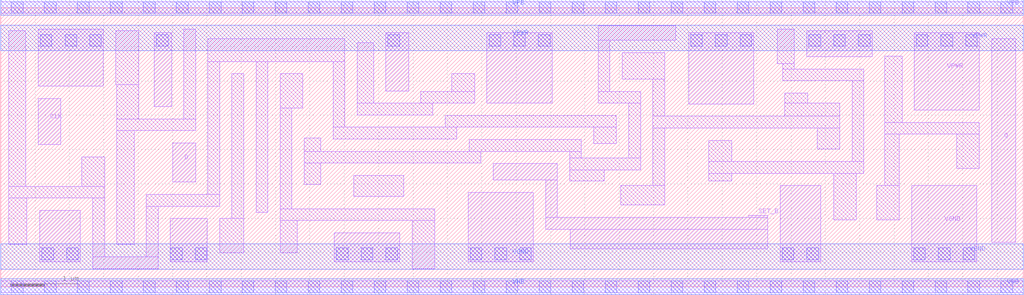
<source format=lef>
# Copyright 2020 The SkyWater PDK Authors
#
# Licensed under the Apache License, Version 2.0 (the "License");
# you may not use this file except in compliance with the License.
# You may obtain a copy of the License at
#
#     https://www.apache.org/licenses/LICENSE-2.0
#
# Unless required by applicable law or agreed to in writing, software
# distributed under the License is distributed on an "AS IS" BASIS,
# WITHOUT WARRANTIES OR CONDITIONS OF ANY KIND, either express or implied.
# See the License for the specific language governing permissions and
# limitations under the License.
#
# SPDX-License-Identifier: Apache-2.0

VERSION 5.7 ;
  NAMESCASESENSITIVE ON ;
  NOWIREEXTENSIONATPIN ON ;
  DIVIDERCHAR "/" ;
  BUSBITCHARS "[]" ;
UNITS
  DATABASE MICRONS 200 ;
END UNITS
MACRO sky130_fd_sc_hvl__dfstp_1
  CLASS CORE ;
  SOURCE USER ;
  FOREIGN sky130_fd_sc_hvl__dfstp_1 ;
  ORIGIN  0.000000  0.000000 ;
  SIZE  14.88000 BY  4.070000 ;
  SYMMETRY X Y ;
  SITE unithv ;
  PIN D
    ANTENNAGATEAREA  0.420000 ;
    DIRECTION INPUT ;
    USE SIGNAL ;
    PORT
      LAYER li1 ;
        RECT 2.505000 1.525000 2.835000 2.095000 ;
    END
  END D
  PIN Q
    ANTENNADIFFAREA  0.478750 ;
    DIRECTION OUTPUT ;
    USE SIGNAL ;
    PORT
      LAYER li1 ;
        RECT 14.420000 0.645000 14.770000 3.615000 ;
    END
  END Q
  PIN SET_B
    ANTENNAGATEAREA  0.840000 ;
    DIRECTION INPUT ;
    USE SIGNAL ;
    PORT
      LAYER li1 ;
        RECT  7.165000 1.555000  8.100000 1.795000 ;
        RECT  7.930000 0.840000 11.160000 1.010000 ;
        RECT  7.930000 1.010000  8.100000 1.555000 ;
        RECT  8.285000 0.555000 11.160000 0.840000 ;
        RECT 10.885000 1.010000 11.160000 1.040000 ;
    END
  END SET_B
  PIN CLK
    ANTENNAGATEAREA  0.585000 ;
    DIRECTION INPUT ;
    USE CLOCK ;
    PORT
      LAYER li1 ;
        RECT 0.545000 2.075000 0.875000 2.745000 ;
    END
  END CLK
  PIN VGND
    DIRECTION INOUT ;
    USE GROUND ;
    PORT
      LAYER li1 ;
        RECT  0.570000 0.365000  1.160000 1.115000 ;
        RECT  2.470000 0.365000  3.005000 0.995000 ;
        RECT  4.855000 0.365000  5.805000 0.785000 ;
        RECT  6.800000 0.365000  7.750000 1.375000 ;
        RECT 11.340000 0.365000 11.930000 1.475000 ;
        RECT 13.255000 0.365000 14.205000 1.475000 ;
      LAYER mcon ;
        RECT  0.600000 0.395000  0.770000 0.565000 ;
        RECT  0.960000 0.395000  1.130000 0.565000 ;
        RECT  2.470000 0.395000  2.640000 0.565000 ;
        RECT  2.830000 0.395000  3.000000 0.565000 ;
        RECT  4.885000 0.395000  5.055000 0.565000 ;
        RECT  5.245000 0.395000  5.415000 0.565000 ;
        RECT  5.605000 0.395000  5.775000 0.565000 ;
        RECT  6.830000 0.395000  7.000000 0.565000 ;
        RECT  7.190000 0.395000  7.360000 0.565000 ;
        RECT  7.550000 0.395000  7.720000 0.565000 ;
        RECT 11.370000 0.395000 11.540000 0.565000 ;
        RECT 11.730000 0.395000 11.900000 0.565000 ;
        RECT 13.285000 0.395000 13.455000 0.565000 ;
        RECT 13.645000 0.395000 13.815000 0.565000 ;
        RECT 14.005000 0.395000 14.175000 0.565000 ;
      LAYER met1 ;
        RECT 0.000000 0.255000 14.880000 0.625000 ;
    END
  END VGND
  PIN VNB
    DIRECTION INOUT ;
    USE GROUND ;
    PORT
      LAYER li1 ;
        RECT 0.000000 -0.085000 14.880000 0.085000 ;
      LAYER mcon ;
        RECT  0.155000 -0.085000  0.325000 0.085000 ;
        RECT  0.635000 -0.085000  0.805000 0.085000 ;
        RECT  1.115000 -0.085000  1.285000 0.085000 ;
        RECT  1.595000 -0.085000  1.765000 0.085000 ;
        RECT  2.075000 -0.085000  2.245000 0.085000 ;
        RECT  2.555000 -0.085000  2.725000 0.085000 ;
        RECT  3.035000 -0.085000  3.205000 0.085000 ;
        RECT  3.515000 -0.085000  3.685000 0.085000 ;
        RECT  3.995000 -0.085000  4.165000 0.085000 ;
        RECT  4.475000 -0.085000  4.645000 0.085000 ;
        RECT  4.955000 -0.085000  5.125000 0.085000 ;
        RECT  5.435000 -0.085000  5.605000 0.085000 ;
        RECT  5.915000 -0.085000  6.085000 0.085000 ;
        RECT  6.395000 -0.085000  6.565000 0.085000 ;
        RECT  6.875000 -0.085000  7.045000 0.085000 ;
        RECT  7.355000 -0.085000  7.525000 0.085000 ;
        RECT  7.835000 -0.085000  8.005000 0.085000 ;
        RECT  8.315000 -0.085000  8.485000 0.085000 ;
        RECT  8.795000 -0.085000  8.965000 0.085000 ;
        RECT  9.275000 -0.085000  9.445000 0.085000 ;
        RECT  9.755000 -0.085000  9.925000 0.085000 ;
        RECT 10.235000 -0.085000 10.405000 0.085000 ;
        RECT 10.715000 -0.085000 10.885000 0.085000 ;
        RECT 11.195000 -0.085000 11.365000 0.085000 ;
        RECT 11.675000 -0.085000 11.845000 0.085000 ;
        RECT 12.155000 -0.085000 12.325000 0.085000 ;
        RECT 12.635000 -0.085000 12.805000 0.085000 ;
        RECT 13.115000 -0.085000 13.285000 0.085000 ;
        RECT 13.595000 -0.085000 13.765000 0.085000 ;
        RECT 14.075000 -0.085000 14.245000 0.085000 ;
        RECT 14.555000 -0.085000 14.725000 0.085000 ;
      LAYER met1 ;
        RECT 0.000000 -0.115000 14.880000 0.115000 ;
    END
  END VNB
  PIN VPB
    DIRECTION INOUT ;
    USE POWER ;
    PORT
      LAYER li1 ;
        RECT 0.000000 3.985000 14.880000 4.155000 ;
      LAYER mcon ;
        RECT  0.155000 3.985000  0.325000 4.155000 ;
        RECT  0.635000 3.985000  0.805000 4.155000 ;
        RECT  1.115000 3.985000  1.285000 4.155000 ;
        RECT  1.595000 3.985000  1.765000 4.155000 ;
        RECT  2.075000 3.985000  2.245000 4.155000 ;
        RECT  2.555000 3.985000  2.725000 4.155000 ;
        RECT  3.035000 3.985000  3.205000 4.155000 ;
        RECT  3.515000 3.985000  3.685000 4.155000 ;
        RECT  3.995000 3.985000  4.165000 4.155000 ;
        RECT  4.475000 3.985000  4.645000 4.155000 ;
        RECT  4.955000 3.985000  5.125000 4.155000 ;
        RECT  5.435000 3.985000  5.605000 4.155000 ;
        RECT  5.915000 3.985000  6.085000 4.155000 ;
        RECT  6.395000 3.985000  6.565000 4.155000 ;
        RECT  6.875000 3.985000  7.045000 4.155000 ;
        RECT  7.355000 3.985000  7.525000 4.155000 ;
        RECT  7.835000 3.985000  8.005000 4.155000 ;
        RECT  8.315000 3.985000  8.485000 4.155000 ;
        RECT  8.795000 3.985000  8.965000 4.155000 ;
        RECT  9.275000 3.985000  9.445000 4.155000 ;
        RECT  9.755000 3.985000  9.925000 4.155000 ;
        RECT 10.235000 3.985000 10.405000 4.155000 ;
        RECT 10.715000 3.985000 10.885000 4.155000 ;
        RECT 11.195000 3.985000 11.365000 4.155000 ;
        RECT 11.675000 3.985000 11.845000 4.155000 ;
        RECT 12.155000 3.985000 12.325000 4.155000 ;
        RECT 12.635000 3.985000 12.805000 4.155000 ;
        RECT 13.115000 3.985000 13.285000 4.155000 ;
        RECT 13.595000 3.985000 13.765000 4.155000 ;
        RECT 14.075000 3.985000 14.245000 4.155000 ;
        RECT 14.555000 3.985000 14.725000 4.155000 ;
      LAYER met1 ;
        RECT 0.000000 3.955000 14.880000 4.185000 ;
    END
  END VPB
  PIN VPWR
    DIRECTION INOUT ;
    USE POWER ;
    PORT
      LAYER li1 ;
        RECT  0.545000 2.925000  1.495000 3.755000 ;
        RECT  2.235000 2.625000  2.485000 3.705000 ;
        RECT  5.605000 2.855000  5.935000 3.705000 ;
        RECT  7.075000 2.675000  8.025000 3.705000 ;
        RECT 10.010000 2.665000 10.960000 3.705000 ;
        RECT 11.730000 3.355000 12.680000 3.735000 ;
        RECT 13.295000 2.575000 14.240000 3.705000 ;
      LAYER mcon ;
        RECT  0.575000 3.505000  0.745000 3.675000 ;
        RECT  0.935000 3.505000  1.105000 3.675000 ;
        RECT  1.295000 3.505000  1.465000 3.675000 ;
        RECT  2.265000 3.505000  2.435000 3.675000 ;
        RECT  5.635000 3.505000  5.805000 3.675000 ;
        RECT  7.105000 3.505000  7.275000 3.675000 ;
        RECT  7.465000 3.505000  7.635000 3.675000 ;
        RECT  7.825000 3.505000  7.995000 3.675000 ;
        RECT 10.040000 3.505000 10.210000 3.675000 ;
        RECT 10.400000 3.505000 10.570000 3.675000 ;
        RECT 10.760000 3.505000 10.930000 3.675000 ;
        RECT 11.760000 3.505000 11.930000 3.675000 ;
        RECT 12.120000 3.505000 12.290000 3.675000 ;
        RECT 12.480000 3.505000 12.650000 3.675000 ;
        RECT 13.320000 3.505000 13.490000 3.675000 ;
        RECT 13.680000 3.505000 13.850000 3.675000 ;
        RECT 14.040000 3.505000 14.210000 3.675000 ;
      LAYER met1 ;
        RECT 0.000000 3.445000 14.880000 3.815000 ;
    END
  END VPWR
  OBS
    LAYER li1 ;
      RECT  0.115000 0.615000  0.380000 1.295000 ;
      RECT  0.115000 1.295000  1.510000 1.465000 ;
      RECT  0.115000 1.465000  0.365000 3.735000 ;
      RECT  1.180000 1.465000  1.510000 1.895000 ;
      RECT  1.340000 0.265000  2.290000 0.435000 ;
      RECT  1.340000 0.435000  1.510000 1.295000 ;
      RECT  1.675000 2.945000  2.005000 3.735000 ;
      RECT  1.690000 0.615000  1.940000 2.275000 ;
      RECT  1.690000 2.275000  2.835000 2.445000 ;
      RECT  1.690000 2.445000  2.005000 2.945000 ;
      RECT  2.120000 0.435000  2.290000 1.175000 ;
      RECT  2.120000 1.175000  3.185000 1.345000 ;
      RECT  2.665000 2.445000  2.835000 3.755000 ;
      RECT  3.015000 1.345000  3.185000 3.285000 ;
      RECT  3.015000 3.285000  5.005000 3.615000 ;
      RECT  3.185000 0.495000  3.535000 0.995000 ;
      RECT  3.365000 0.995000  3.535000 3.105000 ;
      RECT  3.715000 1.085000  3.885000 3.285000 ;
      RECT  4.065000 0.495000  4.315000 0.965000 ;
      RECT  4.065000 0.965000  6.315000 1.135000 ;
      RECT  4.065000 1.135000  4.235000 2.605000 ;
      RECT  4.065000 2.605000  4.395000 3.105000 ;
      RECT  4.415000 1.495000  4.655000 1.805000 ;
      RECT  4.415000 1.805000  6.985000 1.975000 ;
      RECT  4.415000 1.975000  4.655000 2.165000 ;
      RECT  4.835000 2.155000  6.635000 2.325000 ;
      RECT  4.835000 2.325000  5.005000 3.285000 ;
      RECT  5.135000 1.315000  5.865000 1.625000 ;
      RECT  5.185000 2.505000  6.285000 2.675000 ;
      RECT  5.185000 2.675000  5.425000 3.555000 ;
      RECT  5.985000 0.265000  6.315000 0.965000 ;
      RECT  6.115000 2.675000  6.895000 2.845000 ;
      RECT  6.465000 2.325000  8.960000 2.495000 ;
      RECT  6.565000 2.845000  6.895000 3.105000 ;
      RECT  6.815000 1.975000  8.450000 2.145000 ;
      RECT  8.280000 1.545000  8.785000 1.705000 ;
      RECT  8.280000 1.705000  9.310000 1.875000 ;
      RECT  8.280000 1.875000  8.450000 1.975000 ;
      RECT  8.630000 2.085000  8.960000 2.325000 ;
      RECT  8.695000 2.675000  9.310000 2.845000 ;
      RECT  8.695000 2.845000  8.865000 3.595000 ;
      RECT  8.695000 3.595000  9.825000 3.805000 ;
      RECT  9.025000 1.190000  9.660000 1.475000 ;
      RECT  9.045000 3.025000  9.660000 3.415000 ;
      RECT  9.140000 1.875000  9.310000 2.675000 ;
      RECT  9.490000 1.475000  9.660000 2.315000 ;
      RECT  9.490000 2.315000 12.210000 2.485000 ;
      RECT  9.490000 2.485000  9.660000 3.025000 ;
      RECT 10.305000 1.545000 10.635000 1.655000 ;
      RECT 10.305000 1.655000 12.560000 1.825000 ;
      RECT 10.305000 1.825000 10.635000 2.135000 ;
      RECT 11.300000 3.255000 11.550000 3.755000 ;
      RECT 11.380000 3.005000 12.560000 3.175000 ;
      RECT 11.380000 3.175000 11.550000 3.255000 ;
      RECT 11.410000 2.485000 12.210000 2.675000 ;
      RECT 11.410000 2.675000 11.740000 2.825000 ;
      RECT 11.880000 2.005000 12.210000 2.315000 ;
      RECT 12.120000 0.975000 12.450000 1.655000 ;
      RECT 12.390000 1.825000 12.560000 3.005000 ;
      RECT 12.745000 0.975000 13.075000 1.475000 ;
      RECT 12.865000 1.475000 13.075000 2.225000 ;
      RECT 12.865000 2.225000 14.240000 2.395000 ;
      RECT 12.865000 2.395000 13.115000 3.365000 ;
      RECT 13.910000 1.725000 14.240000 2.225000 ;
  END
END sky130_fd_sc_hvl__dfstp_1

</source>
